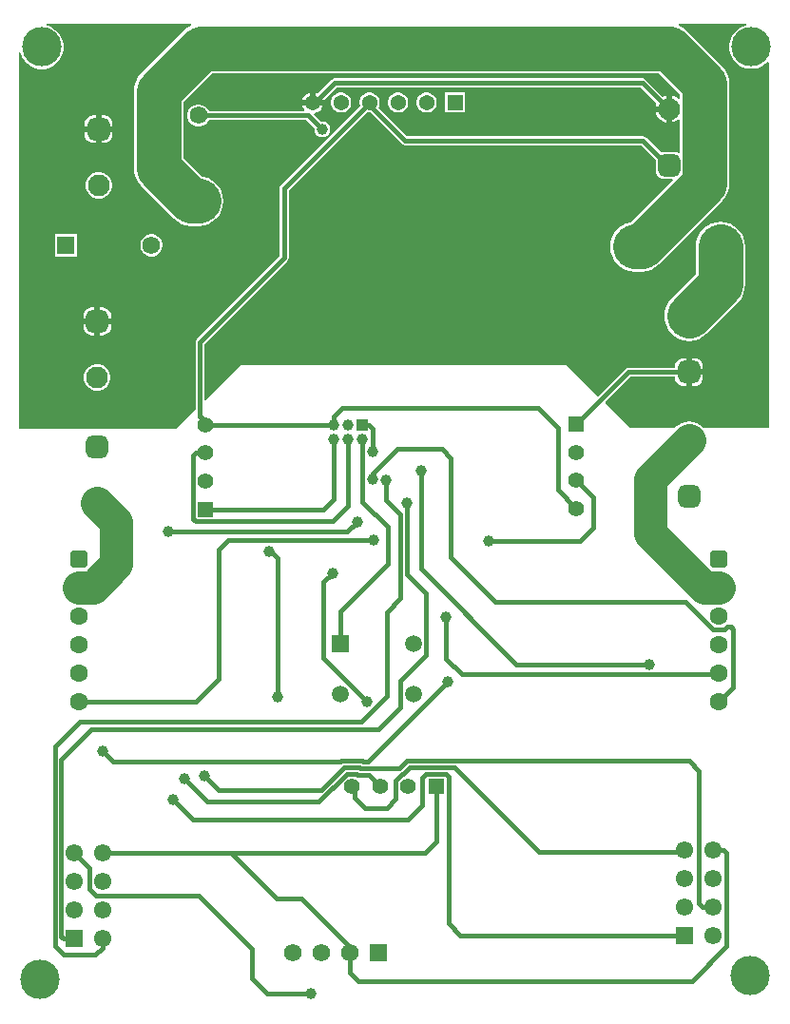
<source format=gbl>
G04*
G04 #@! TF.GenerationSoftware,Altium Limited,Altium Designer,24.1.2 (44)*
G04*
G04 Layer_Physical_Order=2*
G04 Layer_Color=16711680*
%FSLAX44Y44*%
%MOMM*%
G71*
G04*
G04 #@! TF.SameCoordinates,39C99C51-67B2-4763-82E7-AA0615DA2B54*
G04*
G04*
G04 #@! TF.FilePolarity,Positive*
G04*
G01*
G75*
%ADD38R,1.4000X1.4000*%
%ADD39C,1.4000*%
%ADD40R,1.5700X1.5700*%
%ADD41C,1.5700*%
%ADD52R,1.4000X1.4000*%
%ADD59C,3.0000*%
%ADD60C,0.3810*%
%ADD61C,4.0000*%
G04:AMPARAMS|DCode=62|XSize=1.95mm|YSize=1.95mm|CornerRadius=0.4875mm|HoleSize=0mm|Usage=FLASHONLY|Rotation=90.000|XOffset=0mm|YOffset=0mm|HoleType=Round|Shape=RoundedRectangle|*
%AMROUNDEDRECTD62*
21,1,1.9500,0.9750,0,0,90.0*
21,1,0.9750,1.9500,0,0,90.0*
1,1,0.9750,0.4875,0.4875*
1,1,0.9750,0.4875,-0.4875*
1,1,0.9750,-0.4875,-0.4875*
1,1,0.9750,-0.4875,0.4875*
%
%ADD62ROUNDEDRECTD62*%
%ADD63C,1.9500*%
%ADD64C,1.5500*%
%ADD65R,1.5500X1.5500*%
%ADD66C,1.3700*%
%ADD67R,1.3700X1.3700*%
%ADD68C,1.4980*%
%ADD69R,1.4980X1.4980*%
%ADD70C,1.5800*%
%ADD71R,1.5800X1.5800*%
%ADD72C,1.6000*%
G04:AMPARAMS|DCode=73|XSize=1.6mm|YSize=1.6mm|CornerRadius=0.4mm|HoleSize=0mm|Usage=FLASHONLY|Rotation=270.000|XOffset=0mm|YOffset=0mm|HoleType=Round|Shape=RoundedRectangle|*
%AMROUNDEDRECTD73*
21,1,1.6000,0.8000,0,0,270.0*
21,1,0.8000,1.6000,0,0,270.0*
1,1,0.8000,-0.4000,-0.4000*
1,1,0.8000,-0.4000,0.4000*
1,1,0.8000,0.4000,0.4000*
1,1,0.8000,0.4000,-0.4000*
%
%ADD73ROUNDEDRECTD73*%
%ADD74C,3.5000*%
%ADD75R,1.0000X1.0000*%
%ADD76C,1.0000*%
%ADD77R,1.5800X1.5800*%
%ADD78C,1.2700*%
G36*
X386248Y1092200D02*
X382671Y1090288D01*
X379316Y1087534D01*
X341216Y1049434D01*
X338462Y1046079D01*
X336417Y1042252D01*
X335157Y1038099D01*
X334731Y1033780D01*
Y965200D01*
X335157Y960881D01*
X336417Y956728D01*
X338462Y952900D01*
X341216Y949546D01*
X370426Y920336D01*
X373781Y917582D01*
X377608Y915537D01*
X381761Y914277D01*
X386080Y913851D01*
X392430D01*
X396749Y914277D01*
X400902Y915537D01*
X404729Y917582D01*
X408084Y920336D01*
X410838Y923690D01*
X412883Y927518D01*
X414143Y931671D01*
X414569Y935990D01*
X414143Y940309D01*
X412883Y944462D01*
X410838Y948289D01*
X408084Y951644D01*
X404729Y954398D01*
X400902Y956443D01*
X396749Y957703D01*
X395558Y957821D01*
X379009Y974370D01*
Y1024610D01*
X404140Y1049741D01*
X802360D01*
X821173Y1030928D01*
Y1027137D01*
X820000Y1026650D01*
X819076Y1027574D01*
X816274Y1029192D01*
X814070Y1029783D01*
Y1017740D01*
Y1005697D01*
X816274Y1006287D01*
X819076Y1007906D01*
X820000Y1008829D01*
X821173Y1008343D01*
Y979098D01*
X820034Y978536D01*
X819888Y978648D01*
X818208Y979344D01*
X816405Y979582D01*
X806655D01*
X804852Y979344D01*
X804548Y979218D01*
X791198Y992568D01*
X789896Y993438D01*
X788360Y993744D01*
X577843D01*
X552480Y1019107D01*
X553107Y1020192D01*
X553712Y1022451D01*
Y1024789D01*
X553107Y1027048D01*
X551937Y1029074D01*
X550284Y1030727D01*
X548258Y1031897D01*
X545999Y1032502D01*
X543661D01*
X541402Y1031897D01*
X539376Y1030727D01*
X537723Y1029074D01*
X536553Y1027048D01*
X535948Y1024789D01*
Y1022451D01*
X536378Y1020845D01*
X465792Y950258D01*
X464921Y948956D01*
X464616Y947420D01*
Y886853D01*
X390862Y813098D01*
X389991Y811796D01*
X389686Y810260D01*
Y749817D01*
X372110Y732790D01*
X232410D01*
Y1068678D01*
X233680Y1068803D01*
X233949Y1067453D01*
X235421Y1063898D01*
X237558Y1060699D01*
X240279Y1057979D01*
X243478Y1055841D01*
X247033Y1054369D01*
X250806Y1053618D01*
X254654D01*
X258427Y1054369D01*
X261982Y1055841D01*
X265181Y1057979D01*
X267901Y1060699D01*
X270039Y1063898D01*
X271511Y1067453D01*
X272262Y1071226D01*
Y1075074D01*
X271511Y1078847D01*
X270039Y1082402D01*
X267901Y1085601D01*
X265181Y1088322D01*
X261982Y1090459D01*
X258427Y1091931D01*
X257077Y1092200D01*
X257202Y1093470D01*
X386067D01*
X386248Y1092200D01*
D02*
G37*
G36*
X880178D02*
X879163Y1091998D01*
X875608Y1090526D01*
X872409Y1088388D01*
X869688Y1085667D01*
X867551Y1082468D01*
X866078Y1078914D01*
X865328Y1075140D01*
Y1071293D01*
X866078Y1067519D01*
X867551Y1063965D01*
X869688Y1060766D01*
X872409Y1058045D01*
X875608Y1055908D01*
X879163Y1054435D01*
X882936Y1053685D01*
X886784D01*
X890557Y1054435D01*
X894112Y1055908D01*
X897311Y1058045D01*
X899160Y1059894D01*
X900430Y1059368D01*
Y1040098D01*
Y1022451D01*
Y1012314D01*
Y987606D01*
Y965200D01*
Y945757D01*
X900430Y890522D01*
Y776779D01*
Y774976D01*
Y734060D01*
X841963D01*
X841412Y734732D01*
X838818Y736860D01*
X835859Y738442D01*
X832649Y739416D01*
X829310Y739744D01*
X825971Y739416D01*
X822761Y738442D01*
X819802Y736860D01*
X817208Y734732D01*
X816536Y734060D01*
X777240D01*
X754726Y755859D01*
X754716Y757129D01*
X777163Y779576D01*
X816956D01*
Y778715D01*
X817211Y776779D01*
X817958Y774976D01*
X819147Y773427D01*
X820695Y772238D01*
X822499Y771491D01*
X824435Y771236D01*
X826770D01*
Y783590D01*
Y795944D01*
X824435D01*
X822499Y795689D01*
X820695Y794942D01*
X819147Y793753D01*
X817958Y792205D01*
X817211Y790401D01*
X816956Y788465D01*
Y787604D01*
X775500D01*
X773964Y787299D01*
X772662Y786428D01*
X748307Y762074D01*
X719528Y789940D01*
X431104D01*
X398884Y758727D01*
X397714Y759222D01*
Y808597D01*
X471468Y882352D01*
X472339Y883654D01*
X472644Y885190D01*
Y945757D01*
X542055Y1015168D01*
X543661Y1014738D01*
X545495D01*
X573342Y986891D01*
X574644Y986021D01*
X576180Y985716D01*
X786697D01*
X799701Y972712D01*
X799688Y972615D01*
Y962865D01*
X799926Y961062D01*
X800622Y959382D01*
X801729Y957939D01*
X803172Y956832D01*
X804852Y956136D01*
X806655Y955898D01*
X814523D01*
X815009Y954725D01*
X777414Y917131D01*
X776731Y917063D01*
X772578Y915803D01*
X768751Y913758D01*
X765396Y911004D01*
X762642Y907650D01*
X760597Y903822D01*
X759337Y899669D01*
X758911Y895350D01*
X759337Y891031D01*
X760597Y886878D01*
X762642Y883051D01*
X765396Y879696D01*
X768751Y876942D01*
X772578Y874897D01*
X776731Y873637D01*
X781050Y873211D01*
X786942D01*
X791261Y873637D01*
X795414Y874897D01*
X799242Y876942D01*
X802597Y879696D01*
X858966Y936065D01*
X861720Y939420D01*
X863765Y943248D01*
X865025Y947401D01*
X865451Y951720D01*
Y1040098D01*
X865025Y1044417D01*
X863765Y1048570D01*
X861720Y1052398D01*
X858966Y1055752D01*
X827184Y1087534D01*
X823829Y1090288D01*
X820252Y1092200D01*
X820433Y1093470D01*
X880053D01*
X880178Y1092200D01*
D02*
G37*
%LPC*%
G36*
X491490Y1032661D02*
X490406Y1032370D01*
X488264Y1031134D01*
X486516Y1029386D01*
X485280Y1027244D01*
X484989Y1026160D01*
X491490D01*
Y1032661D01*
D02*
G37*
G36*
X787870Y1045414D02*
X513702D01*
X512166Y1045109D01*
X510864Y1044238D01*
X498505Y1031879D01*
X497654Y1032370D01*
X496570Y1032661D01*
Y1026160D01*
X504139D01*
X515365Y1037386D01*
X786207D01*
X800455Y1023138D01*
X800078Y1022484D01*
X799487Y1020280D01*
X808990D01*
Y1029783D01*
X806786Y1029192D01*
X806132Y1028815D01*
X790708Y1044238D01*
X789406Y1045109D01*
X787870Y1045414D01*
D02*
G37*
G36*
X629912Y1032502D02*
X612148D01*
Y1014738D01*
X629912D01*
Y1032502D01*
D02*
G37*
G36*
X596799D02*
X594461D01*
X592202Y1031897D01*
X590176Y1030727D01*
X588523Y1029074D01*
X587353Y1027048D01*
X586748Y1024789D01*
Y1022451D01*
X587353Y1020192D01*
X588523Y1018166D01*
X590176Y1016513D01*
X592202Y1015343D01*
X594461Y1014738D01*
X596799D01*
X599058Y1015343D01*
X601084Y1016513D01*
X602737Y1018166D01*
X603907Y1020192D01*
X604512Y1022451D01*
Y1024789D01*
X603907Y1027048D01*
X602737Y1029074D01*
X601084Y1030727D01*
X599058Y1031897D01*
X596799Y1032502D01*
D02*
G37*
G36*
X571399D02*
X569061D01*
X566802Y1031897D01*
X564776Y1030727D01*
X563123Y1029074D01*
X561953Y1027048D01*
X561348Y1024789D01*
Y1022451D01*
X561953Y1020192D01*
X563123Y1018166D01*
X564776Y1016513D01*
X566802Y1015343D01*
X569061Y1014738D01*
X571399D01*
X573658Y1015343D01*
X575684Y1016513D01*
X577337Y1018166D01*
X578507Y1020192D01*
X579112Y1022451D01*
Y1024789D01*
X578507Y1027048D01*
X577337Y1029074D01*
X575684Y1030727D01*
X573658Y1031897D01*
X571399Y1032502D01*
D02*
G37*
G36*
X520599D02*
X518261D01*
X516002Y1031897D01*
X513976Y1030727D01*
X512323Y1029074D01*
X511153Y1027048D01*
X510548Y1024789D01*
Y1022451D01*
X511153Y1020192D01*
X512323Y1018166D01*
X513976Y1016513D01*
X516002Y1015343D01*
X518261Y1014738D01*
X520599D01*
X522858Y1015343D01*
X524884Y1016513D01*
X526537Y1018166D01*
X527707Y1020192D01*
X528312Y1022451D01*
Y1024789D01*
X527707Y1027048D01*
X526537Y1029074D01*
X524884Y1030727D01*
X522858Y1031897D01*
X520599Y1032502D01*
D02*
G37*
G36*
X808990Y1015200D02*
X799487D01*
X800078Y1012996D01*
X801696Y1010194D01*
X803984Y1007906D01*
X806786Y1006287D01*
X808990Y1005697D01*
Y1015200D01*
D02*
G37*
G36*
X308405Y1012314D02*
X306070D01*
Y1002500D01*
X315884D01*
Y1004835D01*
X315629Y1006771D01*
X314882Y1008575D01*
X313693Y1010124D01*
X312145Y1011312D01*
X310341Y1012059D01*
X308405Y1012314D01*
D02*
G37*
G36*
X300990D02*
X298655D01*
X296719Y1012059D01*
X294916Y1011312D01*
X293367Y1010124D01*
X292178Y1008575D01*
X291431Y1006771D01*
X291176Y1004835D01*
Y1002500D01*
X300990D01*
Y1012314D01*
D02*
G37*
G36*
X393738Y1022122D02*
X391122D01*
X388596Y1021445D01*
X386332Y1020138D01*
X384482Y1018288D01*
X383175Y1016024D01*
X382498Y1013498D01*
Y1010882D01*
X383175Y1008356D01*
X384482Y1006092D01*
X386332Y1004242D01*
X388596Y1002935D01*
X391122Y1002258D01*
X393738D01*
X396264Y1002935D01*
X398528Y1004242D01*
X400378Y1006092D01*
X401581Y1008176D01*
X488557D01*
X495688Y1001045D01*
X495597Y1000706D01*
Y998855D01*
X496077Y997066D01*
X497002Y995463D01*
X498312Y994154D01*
X499915Y993228D01*
X501704Y992749D01*
X503555D01*
X505344Y993228D01*
X506947Y994154D01*
X508256Y995463D01*
X509182Y997066D01*
X509661Y998855D01*
Y1000706D01*
X509182Y1002495D01*
X508256Y1004098D01*
X506947Y1005408D01*
X505344Y1006333D01*
X503555Y1006813D01*
X501704D01*
X501365Y1006722D01*
X495006Y1013081D01*
X495571Y1014312D01*
X497654Y1014870D01*
X499796Y1016106D01*
X501544Y1017854D01*
X502780Y1019996D01*
X503071Y1021080D01*
X494030D01*
X484989D01*
X485280Y1019996D01*
X486516Y1017854D01*
X486993Y1017377D01*
X486507Y1016204D01*
X401581D01*
X400378Y1018288D01*
X398528Y1020138D01*
X396264Y1021445D01*
X393738Y1022122D01*
D02*
G37*
G36*
X315884Y997420D02*
X306070D01*
Y987606D01*
X308405D01*
X310341Y987861D01*
X312145Y988608D01*
X313693Y989797D01*
X314882Y991346D01*
X315629Y993150D01*
X315884Y995085D01*
Y997420D01*
D02*
G37*
G36*
X300990D02*
X291176D01*
Y995085D01*
X291431Y993150D01*
X292178Y991346D01*
X293367Y989797D01*
X294916Y988608D01*
X296719Y987861D01*
X298655Y987606D01*
X300990D01*
Y997420D01*
D02*
G37*
G36*
X305081Y961742D02*
X301979D01*
X298982Y960939D01*
X296296Y959388D01*
X294102Y957194D01*
X292551Y954508D01*
X291748Y951511D01*
Y948409D01*
X292551Y945412D01*
X294102Y942726D01*
X296296Y940532D01*
X298982Y938981D01*
X301979Y938178D01*
X305081D01*
X308078Y938981D01*
X310764Y940532D01*
X312958Y942726D01*
X314509Y945412D01*
X315312Y948409D01*
Y951511D01*
X314509Y954508D01*
X312958Y957194D01*
X310764Y959388D01*
X308078Y960939D01*
X305081Y961742D01*
D02*
G37*
G36*
X351828Y906552D02*
X349212D01*
X346686Y905875D01*
X344422Y904568D01*
X342572Y902718D01*
X341265Y900454D01*
X340588Y897928D01*
Y895312D01*
X341265Y892786D01*
X342572Y890522D01*
X344422Y888672D01*
X346686Y887365D01*
X349212Y886688D01*
X351828D01*
X354354Y887365D01*
X356618Y888672D01*
X358468Y890522D01*
X359775Y892786D01*
X360452Y895312D01*
Y897928D01*
X359775Y900454D01*
X358468Y902718D01*
X356618Y904568D01*
X354354Y905875D01*
X351828Y906552D01*
D02*
G37*
G36*
X284252D02*
X264388D01*
Y886688D01*
X284252D01*
Y906552D01*
D02*
G37*
G36*
X307095Y841264D02*
X304760D01*
Y831450D01*
X314574D01*
Y833785D01*
X314319Y835721D01*
X313572Y837525D01*
X312383Y839074D01*
X310834Y840262D01*
X309031Y841009D01*
X307095Y841264D01*
D02*
G37*
G36*
X299680D02*
X297345D01*
X295409Y841009D01*
X293605Y840262D01*
X292056Y839074D01*
X290868Y837525D01*
X290121Y835721D01*
X289866Y833785D01*
Y831450D01*
X299680D01*
Y841264D01*
D02*
G37*
G36*
X314574Y826370D02*
X304760D01*
Y816556D01*
X307095D01*
X309031Y816811D01*
X310834Y817558D01*
X312383Y818747D01*
X313572Y820296D01*
X314319Y822100D01*
X314574Y824035D01*
Y826370D01*
D02*
G37*
G36*
X299680D02*
X289866D01*
Y824035D01*
X290121Y822100D01*
X290868Y820296D01*
X292056Y818747D01*
X293605Y817558D01*
X295409Y816811D01*
X297345Y816556D01*
X299680D01*
Y826370D01*
D02*
G37*
G36*
X303771Y790692D02*
X300669D01*
X297672Y789889D01*
X294986Y788338D01*
X292792Y786144D01*
X291241Y783457D01*
X290438Y780461D01*
Y777359D01*
X291241Y774362D01*
X292792Y771675D01*
X294986Y769482D01*
X297672Y767931D01*
X300669Y767128D01*
X303771D01*
X306768Y767931D01*
X309454Y769482D01*
X311648Y771675D01*
X313199Y774362D01*
X314002Y777359D01*
Y780461D01*
X313199Y783457D01*
X311648Y786144D01*
X309454Y788338D01*
X306768Y789889D01*
X303771Y790692D01*
D02*
G37*
G36*
X857250Y917489D02*
X852931Y917063D01*
X848778Y915803D01*
X844950Y913758D01*
X841596Y911004D01*
X838842Y907650D01*
X836797Y903822D01*
X835537Y899669D01*
X835111Y895350D01*
Y870700D01*
X813656Y849244D01*
X810902Y845889D01*
X808857Y842062D01*
X807597Y837909D01*
X807171Y833590D01*
X807597Y829271D01*
X808857Y825118D01*
X810902Y821290D01*
X813656Y817935D01*
X817010Y815182D01*
X820838Y813137D01*
X824991Y811877D01*
X829310Y811451D01*
X833629Y811877D01*
X837782Y813137D01*
X841609Y815182D01*
X844964Y817935D01*
X872904Y845875D01*
X875658Y849230D01*
X877703Y853058D01*
X878963Y857211D01*
X879389Y861530D01*
Y895350D01*
X878963Y899669D01*
X877703Y903822D01*
X875658Y907650D01*
X872904Y911004D01*
X869549Y913758D01*
X865722Y915803D01*
X861569Y917063D01*
X857250Y917489D01*
D02*
G37*
G36*
X834185Y795944D02*
X831850D01*
Y786130D01*
X841664D01*
Y788465D01*
X841409Y790401D01*
X840662Y792205D01*
X839473Y793753D01*
X837924Y794942D01*
X836121Y795689D01*
X834185Y795944D01*
D02*
G37*
G36*
X841664Y781050D02*
X831850D01*
Y771236D01*
X834185D01*
X836121Y771491D01*
X837924Y772238D01*
X839473Y773427D01*
X840662Y774976D01*
X841409Y776779D01*
X841664Y778715D01*
Y781050D01*
D02*
G37*
%LPD*%
D38*
X603920Y415120D02*
D03*
D39*
X578920D02*
D03*
X553920D02*
D03*
X528920D02*
D03*
X728980Y662070D02*
D03*
Y687070D02*
D03*
Y712070D02*
D03*
X398780Y686600D02*
D03*
Y711600D02*
D03*
Y736600D02*
D03*
D40*
X552450Y266700D02*
D03*
D41*
X527050D02*
D03*
X501650D02*
D03*
X476250D02*
D03*
D52*
X728980Y737070D02*
D03*
X398780Y661600D02*
D03*
D59*
X795020Y688340D02*
X829310Y722630D01*
X795020Y640436D02*
Y688340D01*
Y640436D02*
X843268Y592188D01*
X855612D02*
X855980Y591820D01*
X843268Y592188D02*
X855612D01*
X302220Y667150D02*
X319223Y650146D01*
X286118Y592188D02*
X298462D01*
X319223Y612950D01*
Y650146D01*
D60*
X826398Y579120D02*
X851036Y554483D01*
X656844Y579120D02*
X826398D01*
X851036Y554483D02*
X860925D01*
X863292Y556850D01*
X868680Y502920D02*
Y554618D01*
X863292Y556850D02*
X866448D01*
X868680Y554618D01*
X617220Y618744D02*
X656844Y579120D01*
X855980Y490220D02*
X868680Y502920D01*
X775500Y783590D02*
X829310D01*
X728980Y737070D02*
X775500Y783590D01*
X787870Y1041400D02*
X811530Y1017740D01*
X495922Y1023620D02*
X513702Y1041400D01*
X787870D01*
X392430Y1012190D02*
X490220D01*
X494030Y1023620D02*
X495922D01*
X490220Y1012190D02*
X502629Y999781D01*
X542290Y1021080D02*
X544830D01*
X468630Y947420D02*
X542290Y1021080D01*
X397811Y424180D02*
X410511Y411480D01*
X501551D01*
X468630Y885190D02*
Y947420D01*
X365713Y641350D02*
X525018D01*
X542290Y1021080D02*
X544830D01*
X393700Y744437D02*
Y810260D01*
X468630Y885190D01*
X398780Y736600D02*
Y739357D01*
X393700Y744437D02*
X394978Y743160D01*
X398780Y739357D01*
X576180Y989730D02*
X788360D01*
X806655Y971435D01*
X811530Y967740D01*
X544830Y1021080D02*
X576180Y989730D01*
X577812Y437741D02*
X829211D01*
X571109Y431038D02*
X577812Y437741D01*
X829211D02*
X838200Y428752D01*
X501551Y411480D02*
X521970Y431899D01*
X499653Y401320D02*
X524390Y426057D01*
X400257Y401320D02*
X499653D01*
X379937Y421640D02*
X400257Y401320D01*
X369570Y402590D02*
X387350Y384810D01*
X579120D01*
X538290Y437741D02*
X539151Y436880D01*
X519550Y437741D02*
X538290D01*
X539151Y436880D02*
X543560D01*
X316230D02*
X518689D01*
X533450Y426057D02*
X534311Y425196D01*
X536731Y431038D02*
X571109D01*
X524390Y426057D02*
X533450D01*
X521970Y431899D02*
X535870D01*
X518689Y436880D02*
X519550Y437741D01*
X543844Y425196D02*
X553920Y415120D01*
X543560Y436880D02*
X614680Y508000D01*
X307340Y445770D02*
X316230Y436880D01*
X535870Y431899D02*
X536731Y431038D01*
X534311Y425196D02*
X543844D01*
X439674Y243585D02*
X453390Y229870D01*
X492760D01*
X831850Y241300D02*
X862838Y272288D01*
X534670Y241300D02*
X831850D01*
X862838Y272288D02*
Y355600D01*
X527050Y248920D02*
X534670Y241300D01*
X860298Y358140D02*
X862838Y355600D01*
X439674Y243585D02*
Y270256D01*
X392430Y317500D02*
X439674Y270256D01*
X301498Y317500D02*
X392430D01*
X524775Y268975D02*
X527050Y266700D01*
X483870Y314960D02*
X524775Y274055D01*
X462280Y314960D02*
X483870D01*
X524775Y268975D02*
Y274055D01*
X527050Y248920D02*
Y266700D01*
X421640Y355600D02*
X462280Y314960D01*
X421640Y355600D02*
X593760D01*
X307340D02*
X421640D01*
X264411Y272288D02*
Y450085D01*
X286766Y472440D01*
X272031Y264668D02*
X300736D01*
X264411Y272288D02*
X272031Y264668D01*
X270253Y281435D02*
X272288Y279400D01*
X296923Y465582D02*
X552824D01*
X270253Y281435D02*
Y438912D01*
X272288Y279400D02*
X281940D01*
X284270Y452929D02*
X296923Y465582D01*
X270253Y438912D02*
X284270Y452929D01*
X854663Y514303D02*
X855980Y515620D01*
X627013Y514303D02*
X854663D01*
X612996Y528320D02*
X627013Y514303D01*
X675640Y523240D02*
X793750D01*
X590550Y608330D02*
X675640Y523240D01*
X579120Y384810D02*
X591820Y397510D01*
X295402Y323596D02*
Y342138D01*
X281940Y355600D02*
X295402Y342138D01*
X537210Y472440D02*
X560070Y495300D01*
X286766Y472440D02*
X537210D01*
X591820Y397510D02*
Y422587D01*
X595289Y426057D01*
X560832Y612902D02*
Y645668D01*
X538480Y668020D02*
Y723900D01*
Y668020D02*
X560832Y645668D01*
X518680Y570750D02*
X560832Y612902D01*
X419244Y634492D02*
X548640D01*
X560070Y569929D02*
X572309Y582168D01*
X578151Y603401D02*
X595107Y586445D01*
X578151Y603401D02*
Y667004D01*
X572309Y582168D02*
Y656797D01*
X518680Y541930D02*
Y570750D01*
X525018Y641350D02*
X533890Y650222D01*
X503936Y529082D02*
Y596646D01*
X512064Y604774D01*
X560070Y495300D02*
Y569929D01*
X572253Y485010D02*
Y508753D01*
X559054Y670052D02*
X572309Y656797D01*
X572253Y508753D02*
X595107Y531607D01*
Y586445D01*
X503936Y529082D02*
X542575Y490443D01*
X552824Y465582D02*
X572253Y485010D01*
X612996Y528320D02*
Y565360D01*
X455168Y623570D02*
X457200D01*
X463042Y617728D01*
Y494690D02*
Y617728D01*
X547624Y688340D02*
Y693674D01*
X569214Y715264D01*
X609092D01*
X617220Y707136D01*
Y618744D02*
Y707136D01*
X285750Y490220D02*
X390144D01*
X410608Y510684D01*
Y625856D01*
X419244Y634492D01*
X838200Y310388D02*
Y428752D01*
X744220Y645160D02*
Y671830D01*
X732536Y633476D02*
X744220Y645160D01*
X650620Y633476D02*
X732536D01*
X728980Y687070D02*
X744220Y671830D01*
X712470Y678580D02*
X728980Y662070D01*
X712470Y678580D02*
Y733806D01*
X694897Y751379D02*
X712470Y733806D01*
X295402Y323596D02*
X301498Y317500D01*
X612551Y426057D02*
X614934Y423674D01*
Y292608D02*
Y423674D01*
X559930Y395467D02*
X567983Y403520D01*
X528920Y412362D02*
Y415120D01*
X531574Y404611D02*
X540718Y395467D01*
X528920Y412362D02*
X531574Y409708D01*
X567983Y419650D02*
X580232Y431899D01*
X540718Y395467D02*
X559930D01*
X567983Y403520D02*
Y419650D01*
X695566Y356351D02*
X823711D01*
X620019Y431899D02*
X695566Y356351D01*
X595289Y426057D02*
X612551D01*
X580232Y431899D02*
X620019D01*
X531574Y404611D02*
Y409708D01*
X823711Y356351D02*
X825500Y358140D01*
X614934Y292608D02*
X625602Y281940D01*
X544830Y1021080D02*
Y1023620D01*
X398780Y736600D02*
X513080D01*
X590550Y608330D02*
Y695960D01*
X513080Y736600D02*
Y744267D01*
X520192Y751379D01*
X694897D01*
X390144Y711600D02*
X398780D01*
X387843Y709299D02*
X390144Y711600D01*
X387843Y652964D02*
Y709299D01*
Y652964D02*
X390144Y650663D01*
X512064D01*
X525780Y664379D01*
Y723900D01*
X850900Y358140D02*
X860298D01*
X398780Y661600D02*
X503936D01*
X513080Y670744D01*
Y723900D01*
X593760Y355600D02*
X603920Y365760D01*
Y415120D01*
X838200Y310388D02*
X841248Y307340D01*
X850900D01*
X307340Y271272D02*
Y279400D01*
X300736Y264668D02*
X307340Y271272D01*
X559054Y670052D02*
Y687070D01*
X538480Y736600D02*
X544576D01*
X547624Y733552D01*
Y712724D02*
Y733552D01*
X625602Y281940D02*
X825500D01*
D61*
X829310Y833590D02*
X857250Y861530D01*
Y895350D01*
X394970Y1071880D02*
X811530D01*
X356870Y1033780D02*
X394970Y1071880D01*
X811530D02*
X843312Y1040098D01*
X356870Y965200D02*
Y1033780D01*
Y965200D02*
X386080Y935990D01*
X392430D01*
X843312Y951720D02*
Y1040098D01*
X786942Y895350D02*
X843312Y951720D01*
X781050Y895350D02*
X786942D01*
D62*
X829310Y672630D02*
D03*
X302220Y828910D02*
D03*
Y717150D02*
D03*
X811530Y967740D02*
D03*
X303530Y999960D02*
D03*
X829310Y783590D02*
D03*
D63*
Y722630D02*
D03*
X302220Y778910D02*
D03*
Y667150D02*
D03*
X811530Y1017740D02*
D03*
X303530Y949960D02*
D03*
X829310Y833590D02*
D03*
D64*
X281940Y304800D02*
D03*
Y330200D02*
D03*
Y355600D02*
D03*
X307340Y279400D02*
D03*
Y304800D02*
D03*
Y330200D02*
D03*
Y355600D02*
D03*
X850900Y358140D02*
D03*
Y332740D02*
D03*
Y307340D02*
D03*
Y281940D02*
D03*
X825500Y358140D02*
D03*
Y332740D02*
D03*
Y307340D02*
D03*
D65*
X281940Y279400D02*
D03*
X825500Y281940D02*
D03*
D66*
X494030Y1023620D02*
D03*
X519430D02*
D03*
X544830D02*
D03*
X570230D02*
D03*
X595630D02*
D03*
D67*
X621030D02*
D03*
D68*
X583680Y496930D02*
D03*
X518680D02*
D03*
X583680Y541930D02*
D03*
D69*
X518680D02*
D03*
D70*
X781050Y895350D02*
D03*
X350520Y896620D02*
D03*
X392430Y1012190D02*
D03*
D71*
X857250Y895350D02*
D03*
X274320Y896620D02*
D03*
D72*
X285750Y490220D02*
D03*
Y515620D02*
D03*
Y566420D02*
D03*
Y591820D02*
D03*
Y541020D02*
D03*
X855980Y490220D02*
D03*
Y515620D02*
D03*
Y566420D02*
D03*
Y591820D02*
D03*
Y541020D02*
D03*
D73*
X285750Y617220D02*
D03*
X855980D02*
D03*
D74*
X883590Y246446D02*
D03*
X251460Y242570D02*
D03*
X884860Y1073216D02*
D03*
X252730Y1073150D02*
D03*
D75*
X538480Y736600D02*
D03*
D76*
Y723900D02*
D03*
X525780Y736600D02*
D03*
Y723900D02*
D03*
X513080Y736600D02*
D03*
Y723900D02*
D03*
X397811Y424180D02*
D03*
X502629Y999781D02*
D03*
X365713Y641350D02*
D03*
X379937Y421640D02*
D03*
X369570Y402590D02*
D03*
X307340Y445770D02*
D03*
X492760Y229870D02*
D03*
X793750Y523240D02*
D03*
X614680Y508000D02*
D03*
X548640Y634492D02*
D03*
X512064Y604774D02*
D03*
X533890Y650222D02*
D03*
X542575Y490443D02*
D03*
X612996Y565360D02*
D03*
X455168Y623570D02*
D03*
X463042Y494690D02*
D03*
X547624Y688340D02*
D03*
X578151Y667004D02*
D03*
X650620Y633476D02*
D03*
X590550Y695960D02*
D03*
X559054Y687070D02*
D03*
X547624Y712724D02*
D03*
D77*
X392430Y935990D02*
D03*
D78*
X500000Y880000D02*
D03*
Y920001D02*
D03*
Y840000D02*
D03*
X640000Y960001D02*
D03*
Y880000D02*
D03*
Y840000D02*
D03*
X620000Y960001D02*
D03*
X630000Y940001D02*
D03*
Y860000D02*
D03*
Y820000D02*
D03*
X620000Y800000D02*
D03*
X610000Y940001D02*
D03*
X600000Y800000D02*
D03*
X590000Y940001D02*
D03*
X580000Y800000D02*
D03*
X570000Y940001D02*
D03*
X560000Y800000D02*
D03*
X550000Y940001D02*
D03*
X540000Y800000D02*
D03*
X530000Y940001D02*
D03*
X520000Y800000D02*
D03*
X500000D02*
D03*
M02*

</source>
